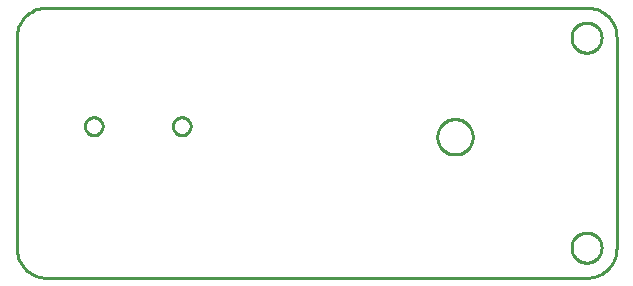
<source format=gbr>
G04 EAGLE Gerber RS-274X export*
G75*
%MOMM*%
%FSLAX34Y34*%
%LPD*%
%IN*%
%IPPOS*%
%AMOC8*
5,1,8,0,0,1.08239X$1,22.5*%
G01*
%ADD10C,0.254000*%


D10*
X0Y25400D02*
X97Y23186D01*
X386Y20989D01*
X865Y18826D01*
X1532Y16713D01*
X2380Y14666D01*
X3403Y12700D01*
X4594Y10831D01*
X5942Y9073D01*
X7440Y7440D01*
X9073Y5942D01*
X10831Y4594D01*
X12700Y3403D01*
X14666Y2380D01*
X16713Y1532D01*
X18826Y865D01*
X20989Y386D01*
X23186Y97D01*
X25400Y0D01*
X482600Y0D01*
X484814Y97D01*
X487011Y386D01*
X489174Y865D01*
X491287Y1532D01*
X493335Y2380D01*
X495300Y3403D01*
X497169Y4594D01*
X498927Y5942D01*
X500561Y7440D01*
X502058Y9073D01*
X503406Y10831D01*
X504597Y12700D01*
X505620Y14666D01*
X506468Y16713D01*
X507135Y18826D01*
X507614Y20989D01*
X507903Y23186D01*
X508000Y25400D01*
X508000Y203200D01*
X507903Y205414D01*
X507614Y207611D01*
X507135Y209774D01*
X506468Y211887D01*
X505620Y213935D01*
X504597Y215900D01*
X503406Y217769D01*
X502058Y219527D01*
X500561Y221161D01*
X498927Y222658D01*
X497169Y224006D01*
X495300Y225197D01*
X493335Y226220D01*
X491287Y227068D01*
X489174Y227735D01*
X487011Y228214D01*
X484814Y228503D01*
X482600Y228600D01*
X25400Y228600D01*
X23186Y228503D01*
X20989Y228214D01*
X18826Y227735D01*
X16713Y227068D01*
X14666Y226220D01*
X12700Y225197D01*
X10831Y224006D01*
X9073Y222658D01*
X7440Y221161D01*
X5942Y219527D01*
X4594Y217769D01*
X3403Y215900D01*
X2380Y213935D01*
X1532Y211887D01*
X865Y209774D01*
X386Y207611D01*
X97Y205414D01*
X0Y203200D01*
X0Y25400D01*
X371766Y134300D02*
X372834Y134224D01*
X373895Y134071D01*
X374942Y133843D01*
X375970Y133541D01*
X376974Y133167D01*
X377949Y132722D01*
X378889Y132208D01*
X379790Y131629D01*
X380648Y130987D01*
X381458Y130285D01*
X382215Y129528D01*
X382917Y128718D01*
X383559Y127860D01*
X384138Y126959D01*
X384652Y126019D01*
X385097Y125044D01*
X385471Y124040D01*
X385773Y123012D01*
X386001Y121965D01*
X386154Y120904D01*
X386230Y119836D01*
X386230Y118764D01*
X386154Y117696D01*
X386001Y116635D01*
X385773Y115588D01*
X385471Y114560D01*
X385097Y113556D01*
X384652Y112581D01*
X384138Y111641D01*
X383559Y110740D01*
X382917Y109882D01*
X382215Y109072D01*
X381458Y108315D01*
X380648Y107613D01*
X379790Y106971D01*
X378889Y106392D01*
X377949Y105878D01*
X376974Y105433D01*
X375970Y105059D01*
X374942Y104757D01*
X373895Y104529D01*
X372834Y104376D01*
X371766Y104300D01*
X370694Y104300D01*
X369626Y104376D01*
X368565Y104529D01*
X367518Y104757D01*
X366490Y105059D01*
X365486Y105433D01*
X364511Y105878D01*
X363571Y106392D01*
X362670Y106971D01*
X361812Y107613D01*
X361002Y108315D01*
X360245Y109072D01*
X359543Y109882D01*
X358901Y110740D01*
X358322Y111641D01*
X357808Y112581D01*
X357363Y113556D01*
X356989Y114560D01*
X356687Y115588D01*
X356459Y116635D01*
X356306Y117696D01*
X356230Y118764D01*
X356230Y119836D01*
X356306Y120904D01*
X356459Y121965D01*
X356687Y123012D01*
X356989Y124040D01*
X357363Y125044D01*
X357808Y126019D01*
X358322Y126959D01*
X358901Y127860D01*
X359543Y128718D01*
X360245Y129528D01*
X361002Y130285D01*
X361812Y130987D01*
X362670Y131629D01*
X363571Y132208D01*
X364511Y132722D01*
X365486Y133167D01*
X366490Y133541D01*
X367518Y133843D01*
X368565Y134071D01*
X369626Y134224D01*
X370694Y134300D01*
X371766Y134300D01*
X147330Y127902D02*
X147258Y127168D01*
X147114Y126445D01*
X146900Y125740D01*
X146618Y125059D01*
X146271Y124410D01*
X145861Y123797D01*
X145394Y123227D01*
X144873Y122706D01*
X144303Y122239D01*
X143690Y121829D01*
X143041Y121482D01*
X142360Y121200D01*
X141655Y120986D01*
X140932Y120842D01*
X140198Y120770D01*
X139462Y120770D01*
X138728Y120842D01*
X138005Y120986D01*
X137300Y121200D01*
X136619Y121482D01*
X135970Y121829D01*
X135357Y122239D01*
X134787Y122706D01*
X134266Y123227D01*
X133799Y123797D01*
X133389Y124410D01*
X133042Y125059D01*
X132760Y125740D01*
X132546Y126445D01*
X132402Y127168D01*
X132330Y127902D01*
X132330Y128638D01*
X132402Y129372D01*
X132546Y130095D01*
X132760Y130800D01*
X133042Y131481D01*
X133389Y132130D01*
X133799Y132743D01*
X134266Y133313D01*
X134787Y133834D01*
X135357Y134301D01*
X135970Y134711D01*
X136619Y135058D01*
X137300Y135340D01*
X138005Y135554D01*
X138728Y135698D01*
X139462Y135770D01*
X140198Y135770D01*
X140932Y135698D01*
X141655Y135554D01*
X142360Y135340D01*
X143041Y135058D01*
X143690Y134711D01*
X144303Y134301D01*
X144873Y133834D01*
X145394Y133313D01*
X145861Y132743D01*
X146271Y132130D01*
X146618Y131481D01*
X146900Y130800D01*
X147114Y130095D01*
X147258Y129372D01*
X147330Y128638D01*
X147330Y127902D01*
X72830Y127902D02*
X72758Y127168D01*
X72614Y126445D01*
X72400Y125740D01*
X72118Y125059D01*
X71771Y124410D01*
X71361Y123797D01*
X70894Y123227D01*
X70373Y122706D01*
X69803Y122239D01*
X69190Y121829D01*
X68541Y121482D01*
X67860Y121200D01*
X67155Y120986D01*
X66432Y120842D01*
X65698Y120770D01*
X64962Y120770D01*
X64228Y120842D01*
X63505Y120986D01*
X62800Y121200D01*
X62119Y121482D01*
X61470Y121829D01*
X60857Y122239D01*
X60287Y122706D01*
X59766Y123227D01*
X59299Y123797D01*
X58889Y124410D01*
X58542Y125059D01*
X58260Y125740D01*
X58046Y126445D01*
X57902Y127168D01*
X57830Y127902D01*
X57830Y128638D01*
X57902Y129372D01*
X58046Y130095D01*
X58260Y130800D01*
X58542Y131481D01*
X58889Y132130D01*
X59299Y132743D01*
X59766Y133313D01*
X60287Y133834D01*
X60857Y134301D01*
X61470Y134711D01*
X62119Y135058D01*
X62800Y135340D01*
X63505Y135554D01*
X64228Y135698D01*
X64962Y135770D01*
X65698Y135770D01*
X66432Y135698D01*
X67155Y135554D01*
X67860Y135340D01*
X68541Y135058D01*
X69190Y134711D01*
X69803Y134301D01*
X70373Y133834D01*
X70894Y133313D01*
X71361Y132743D01*
X71771Y132130D01*
X72118Y131481D01*
X72400Y130800D01*
X72614Y130095D01*
X72758Y129372D01*
X72830Y128638D01*
X72830Y127902D01*
X495300Y202701D02*
X495222Y201706D01*
X495066Y200720D01*
X494833Y199750D01*
X494524Y198801D01*
X494142Y197879D01*
X493689Y196990D01*
X493168Y196139D01*
X492581Y195331D01*
X491933Y194573D01*
X491227Y193867D01*
X490469Y193219D01*
X489661Y192632D01*
X488810Y192111D01*
X487921Y191658D01*
X486999Y191276D01*
X486050Y190967D01*
X485080Y190734D01*
X484094Y190578D01*
X483099Y190500D01*
X482101Y190500D01*
X481106Y190578D01*
X480120Y190734D01*
X479150Y190967D01*
X478201Y191276D01*
X477279Y191658D01*
X476390Y192111D01*
X475539Y192632D01*
X474731Y193219D01*
X473973Y193867D01*
X473267Y194573D01*
X472619Y195331D01*
X472032Y196139D01*
X471511Y196990D01*
X471058Y197879D01*
X470676Y198801D01*
X470367Y199750D01*
X470134Y200720D01*
X469978Y201706D01*
X469900Y202701D01*
X469900Y203699D01*
X469978Y204694D01*
X470134Y205680D01*
X470367Y206650D01*
X470676Y207599D01*
X471058Y208521D01*
X471511Y209410D01*
X472032Y210261D01*
X472619Y211069D01*
X473267Y211827D01*
X473973Y212533D01*
X474731Y213181D01*
X475539Y213768D01*
X476390Y214289D01*
X477279Y214742D01*
X478201Y215124D01*
X479150Y215433D01*
X480120Y215666D01*
X481106Y215822D01*
X482101Y215900D01*
X483099Y215900D01*
X484094Y215822D01*
X485080Y215666D01*
X486050Y215433D01*
X486999Y215124D01*
X487921Y214742D01*
X488810Y214289D01*
X489661Y213768D01*
X490469Y213181D01*
X491227Y212533D01*
X491933Y211827D01*
X492581Y211069D01*
X493168Y210261D01*
X493689Y209410D01*
X494142Y208521D01*
X494524Y207599D01*
X494833Y206650D01*
X495066Y205680D01*
X495222Y204694D01*
X495300Y203699D01*
X495300Y202701D01*
X495300Y24901D02*
X495222Y23906D01*
X495066Y22920D01*
X494833Y21950D01*
X494524Y21001D01*
X494142Y20079D01*
X493689Y19190D01*
X493168Y18339D01*
X492581Y17531D01*
X491933Y16773D01*
X491227Y16067D01*
X490469Y15419D01*
X489661Y14832D01*
X488810Y14311D01*
X487921Y13858D01*
X486999Y13476D01*
X486050Y13167D01*
X485080Y12934D01*
X484094Y12778D01*
X483099Y12700D01*
X482101Y12700D01*
X481106Y12778D01*
X480120Y12934D01*
X479150Y13167D01*
X478201Y13476D01*
X477279Y13858D01*
X476390Y14311D01*
X475539Y14832D01*
X474731Y15419D01*
X473973Y16067D01*
X473267Y16773D01*
X472619Y17531D01*
X472032Y18339D01*
X471511Y19190D01*
X471058Y20079D01*
X470676Y21001D01*
X470367Y21950D01*
X470134Y22920D01*
X469978Y23906D01*
X469900Y24901D01*
X469900Y25899D01*
X469978Y26894D01*
X470134Y27880D01*
X470367Y28850D01*
X470676Y29799D01*
X471058Y30721D01*
X471511Y31610D01*
X472032Y32461D01*
X472619Y33269D01*
X473267Y34027D01*
X473973Y34733D01*
X474731Y35381D01*
X475539Y35968D01*
X476390Y36489D01*
X477279Y36942D01*
X478201Y37324D01*
X479150Y37633D01*
X480120Y37866D01*
X481106Y38022D01*
X482101Y38100D01*
X483099Y38100D01*
X484094Y38022D01*
X485080Y37866D01*
X486050Y37633D01*
X486999Y37324D01*
X487921Y36942D01*
X488810Y36489D01*
X489661Y35968D01*
X490469Y35381D01*
X491227Y34733D01*
X491933Y34027D01*
X492581Y33269D01*
X493168Y32461D01*
X493689Y31610D01*
X494142Y30721D01*
X494524Y29799D01*
X494833Y28850D01*
X495066Y27880D01*
X495222Y26894D01*
X495300Y25899D01*
X495300Y24901D01*
M02*

</source>
